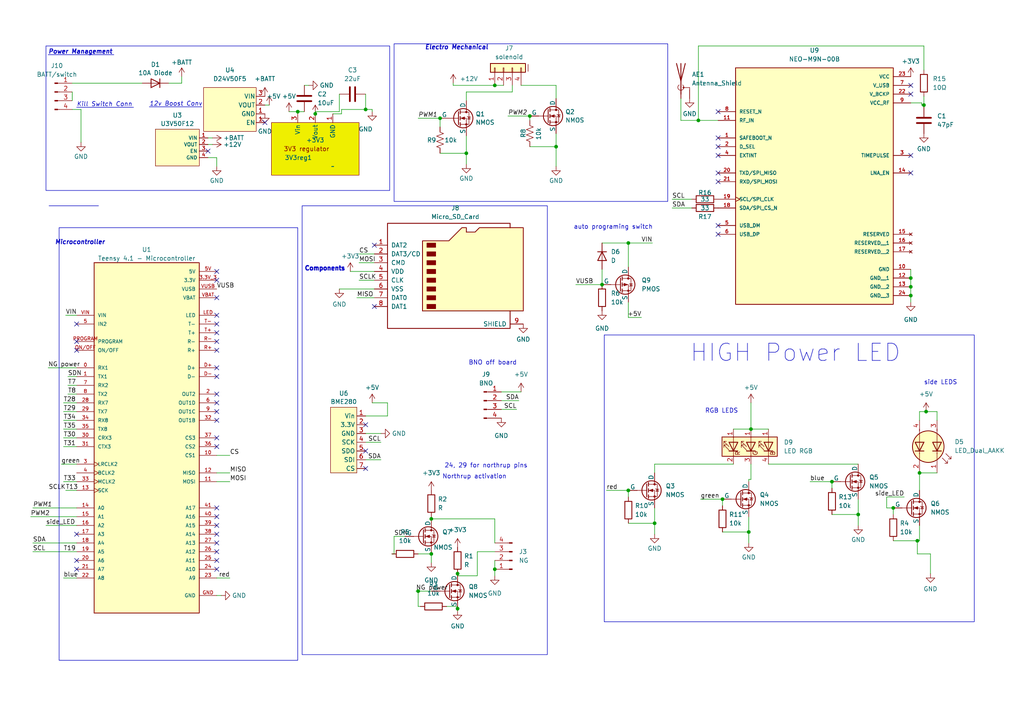
<source format=kicad_sch>
(kicad_sch (version 20250114) (generator "eeschema") (generator_version "9.0")
  (paper "A4")
  (lib_symbols
    (symbol "Connector:Conn_01x04_Pin" (pin_names (offset 1.016) (hide yes))
      (property "Reference" "J" (at 0 5.08 0))
      (property "Value" "Conn_01x04_Pin" (at 0 -7.62 0))
      (symbol "Conn_01x04_Pin_1_1"
        (pin passive line (at 5.08 2.54 180) (length 3.81) (name "Pin_1") (number "1"))
        (pin passive line (at 5.08 0 180) (length 3.81) (name "Pin_2") (number "2"))
        (pin passive line (at 5.08 -2.54 180) (length 3.81) (name "Pin_3") (number "3"))
        (pin passive line (at 5.08 -5.08 180) (length 3.81) (name "Pin_4") (number "4"))
      )
    )
    (symbol "Connector:Micro_SD_Card" (pin_names (offset 1.016))
      (property "Reference" "J" (at -16.51 15.24 0))
      (property "Value" "Micro_SD_Card" (at 16.51 15.24 0))
      (symbol "Micro_SD_Card_1_1"
        (pin bidirectional line (at -22.86 7.62 0) (length 3.81) (name "DAT2") (number "1"))
        (pin bidirectional line (at -22.86 5.08 0) (length 3.81) (name "DAT3/CD") (number "2"))
        (pin input line (at -22.86 2.54 0) (length 3.81) (name "CMD") (number "3"))
        (pin power_in line (at -22.86 0 0) (length 3.81) (name "VDD") (number "4"))
        (pin input line (at -22.86 -2.54 0) (length 3.81) (name "CLK") (number "5"))
        (pin power_in line (at -22.86 -5.08 0) (length 3.81) (name "VSS") (number "6"))
        (pin bidirectional line (at -22.86 -7.62 0) (length 3.81) (name "DAT0") (number "7"))
        (pin bidirectional line (at -22.86 -10.16 0) (length 3.81) (name "DAT1") (number "8"))
        (pin passive line (at 20.32 -15.24 180) (length 3.81) (name "SHIELD") (number "9"))
      )
    )
    (symbol "Connector_Generic_MountingPin:Conn_01x04_MountingPin" (pin_names (offset 1.016) (hide yes))
      (property "Reference" "J7" (at 5.715 -1.6256 90))
      (property "Value" "Conn_01x04_MountingPin" (at 3.175 -1.6256 90))
      (symbol "Conn_01x04_MountingPin_1_1"
        (pin input line (at -5.08 2.54 0) (length 3.81) (name "Pin_1") (number "1"))
        (pin input line (at -5.08 0 0) (length 3.81) (name "Pin_2") (number "2"))
        (pin input line (at -5.08 -2.54 0) (length 3.81) (name "Pin_3") (number "3"))
        (pin input line (at -5.08 -5.08 0) (length 3.81) (name "") (number "4"))
      )
    )
    (symbol "Device:Antenna_Shield" (pin_numbers (hide yes)) (pin_names (offset 1.016) (hide yes))
      (property "Reference" "AE" (at -1.905 4.445 0))
      (property "Value" "Antenna_Shield" (at -1.905 2.54 0))
      (symbol "Antenna_Shield_1_1"
        (pin input line (at 0 -5.08 90) (length 2.54) (name "A") (number "1"))
        (pin input line (at 2.54 -5.08 90) (length 2.54) (name "Shield") (number "2"))
      )
    )
    (symbol "Device:C" (pin_numbers (hide yes)) (pin_names (offset 0.254))
      (property "Reference" "C" (at 0.635 2.54 0))
      (property "Value" "C" (at 0.635 -2.54 0))
      (symbol "C_1_1"
        (pin passive line (at 0 3.81 270) (length 2.794) (name "~") (number "1"))
        (pin passive line (at 0 -3.81 90) (length 2.794) (name "~") (number "2"))
      )
    )
    (symbol "Device:D" (pin_numbers (hide yes)) (pin_names (offset 1.016) (hide yes))
      (property "Reference" "D" (at 0 2.54 0))
      (property "Value" "D" (at 0 -2.54 0))
      (symbol "D_1_1"
        (pin passive line (at -3.81 0 0) (length 2.54) (name "K") (number "1"))
        (pin passive line (at 3.81 0 180) (length 2.54) (name "A") (number "2"))
      )
    )
    (symbol "Device:LED_Dual_AAKK" (pin_names (offset 0) (hide yes))
      (property "Reference" "D5" (at -1.397 7.62 90))
      (property "Value" "LED_Dual_AAKK" (at 1.143 7.62 90))
      (symbol "LED_Dual_AAKK_1_1"
        (pin input line (at -7.62 2.54 0) (length 3.048) (name "A1") (number "3"))
        (pin input line (at -7.62 -2.54 0) (length 3.048) (name "A2") (number "4"))
        (pin input line (at 7.62 2.54 180) (length 3.81) (name "K1") (number "1"))
        (pin input line (at 7.62 -2.54 180) (length 3.81) (name "K2") (number "2"))
      )
    )
    (symbol "Device:LED_RGB" (pin_names (offset 0) (hide yes))
      (property "Reference" "D9" (at 1.27 -9.525 90))
      (property "Value" "LED RGB" (at -1.27 -9.525 90))
      (symbol "LED_RGB_0_0"
        (text "R" (at -1.905 3.81 0) (effects (font (size 1.27 1.27))))
        (text "G" (at -1.905 -1.27 0) (effects (font (size 1.27 1.27))))
        (text "B" (at -1.905 -6.35 0) (effects (font (size 1.27 1.27))))
      )
      (symbol "LED_RGB_1_1"
        (pin passive line (at -5.08 5.08 0) (length 2.54) (name "RK") (number "2"))
        (pin passive line (at -5.08 0 0) (length 2.54) (name "GK") (number "3"))
        (pin passive line (at -5.08 -5.08 0) (length 2.54) (name "BK") (number "4"))
        (pin passive line (at 5.08 5.08 180) (length 2.54) (name "RA") (number "1"))
        (pin passive line (at 5.08 0 180) (length 2.54) (name "GA") (number "1"))
        (pin passive line (at 5.08 -5.08 180) (length 2.54) (name "BA") (number "1"))
      )
    )
    (symbol "Device:R" (pin_numbers (hide yes)) (pin_names (offset 0))
      (property "Reference" "R" (at 2.032 0 90))
      (property "Value" "R" (at 0 0 90))
      (symbol "R_1_1"
        (pin passive line (at 0 3.81 270) (length 1.27) (name "~") (number "1"))
        (pin passive line (at 0 -3.81 90) (length 1.27) (name "~") (number "2"))
      )
    )
    (symbol "Device:R_US" (pin_numbers (hide yes)) (pin_names (offset 0))
      (property "Reference" "R" (at 2.54 0 90))
      (property "Value" "R_US" (at -2.54 0 90))
      (symbol "R_US_1_1"
        (pin passive line (at 0 3.81 270) (length 1.27) (name "~") (number "1"))
        (pin passive line (at 0 -3.81 90) (length 1.27) (name "~") (number "2"))
      )
    )
    (symbol "SHC_symbol:3V3_reg"
      (property "Reference" "Pololu3V3reg1" (at -13.97 2.54 0))
      (property "Value" "~" (at 0 0 0))
      (symbol "3V3_reg_1_1"
        (text "3V3 regulator" (at -7.62 5.08 0) (effects (font (size 1.27 1.27))))
        (pin input line (at -10.16 15.24 270) (length 2.54) (name "Vin") (number "3"))
        (pin input line (at -5.08 15.24 270) (length 2.54) (name "Vout") (number "2"))
        (pin input line (at 0 15.24 270) (length 2.54) (name "GND") (number "1"))
      )
    )
    (symbol "SHC_symbol:NEO-M9N-00B" (pin_names (offset 1.016))
      (property "Reference" "U" (at -22.86 28.702 0))
      (property "Value" "NEO-M9N-00B" (at -22.86 -43.18 0))
      (symbol "NEO-M9N-00B_0_0"
        (pin input line (at -27.94 15.24 0) (length 5.08) (name "RESET_N") (number "8"))
        (pin input line (at -27.94 12.7 0) (length 5.08) (name "RF_IN") (number "11"))
        (pin input line (at -27.94 7.62 0) (length 5.08) (name "SAFEBOOT_N") (number "1"))
        (pin input line (at -27.94 5.08 0) (length 5.08) (name "D_SEL") (number "2"))
        (pin input line (at -27.94 2.54 0) (length 5.08) (name "EXTINT") (number "4"))
        (pin output line (at -27.94 -2.54 0) (length 5.08) (name "TXD/SPI_MISO") (number "20"))
        (pin input line (at -27.94 -5.08 0) (length 5.08) (name "RXD/SPI_MOSI") (number "21"))
        (pin bidirectional clock (at -27.94 -10.16 0) (length 5.08) (name "SCL/SPI_CLK") (number "19"))
        (pin bidirectional line (at -27.94 -12.7 0) (length 5.08) (name "SDA/SPI_CS_N") (number "18"))
        (pin bidirectional line (at -27.94 -17.78 0) (length 5.08) (name "USB_DM") (number "5"))
        (pin bidirectional line (at -27.94 -20.32 0) (length 5.08) (name "USB_DP") (number "6"))
        (pin power_in line (at 27.94 25.4 180) (length 5.08) (name "VCC") (number "23"))
        (pin power_in line (at 27.94 22.86 180) (length 5.08) (name "V_USB") (number "7"))
        (pin power_in line (at 27.94 20.32 180) (length 5.08) (name "V_BCKP") (number "22"))
        (pin power_in line (at 27.94 17.78 180) (length 5.08) (name "VCC_RF") (number "9"))
        (pin output line (at 27.94 2.54 180) (length 5.08) (name "TIMEPULSE") (number "3"))
        (pin output line (at 27.94 -2.54 180) (length 5.08) (name "LNA_EN") (number "14"))
        (pin no_connect line (at 27.94 -20.32 180) (length 5.08) (name "RESERVED") (number "15"))
        (pin no_connect line (at 27.94 -22.86 180) (length 5.08) (name "RESERVED__1") (number "16"))
        (pin no_connect line (at 27.94 -25.4 180) (length 5.08) (name "RESERVED__2") (number "17"))
        (pin power_in line (at 27.94 -30.48 180) (length 5.08) (name "GND") (number "10"))
        (pin power_in line (at 27.94 -33.02 180) (length 5.08) (name "GND__1") (number "12"))
        (pin power_in line (at 27.94 -35.56 180) (length 5.08) (name "GND__2") (number "13"))
        (pin power_in line (at 27.94 -38.1 180) (length 5.08) (name "GND__3") (number "24"))
      )
    )
    (symbol "SHC_symbol:Pololu_5V_Regulator" (pin_names (offset 0.254))
      (property "Reference" "U4" (at 0 3.81 0))
      (property "Value" "D24V50F5" (at 0 1.27 0))
      (symbol "Pololu_5V_Regulator_1_1"
        (pin input line (at 10.16 -2.54 180) (length 2.54) (name "VIN") (number "3"))
        (pin output line (at 10.16 -5.08 180) (length 2.54) (name "VOUT") (number "2"))
        (pin passive line (at 10.16 -7.62 180) (length 2.54) (name "GND") (number "1"))
        (pin input line (at 10.16 -10.16 180) (length 2.54) (name "EN") (number "1"))
      )
    )
    (symbol "Simulation_SPICE:NMOS" (pin_numbers (hide yes)) (pin_names (offset 0))
      (property "Reference" "Q" (at 5.08 1.27 0))
      (property "Value" "NMOS" (at 5.08 -1.27 0))
      (symbol "NMOS_1_1"
        (pin input line (at -5.08 0 0) (length 2.54) (name "G") (number "2"))
        (pin passive line (at 2.54 5.08 270) (length 2.54) (name "D") (number "1"))
        (pin passive line (at 2.54 -5.08 90) (length 2.54) (name "S") (number "3"))
      )
    )
    (symbol "Simulation_SPICE:PMOS" (pin_numbers (hide yes)) (pin_names (offset 0))
      (property "Reference" "Q" (at 5.08 1.27 0))
      (property "Value" "PMOS" (at 5.08 -1.27 0))
      (symbol "PMOS_1_1"
        (pin input line (at -5.08 0 0) (length 2.54) (name "G") (number "2"))
        (pin passive line (at 2.54 5.08 270) (length 2.54) (name "D") (number "1"))
        (pin passive line (at 2.54 -5.08 90) (length 2.54) (name "S") (number "3"))
      )
    )
    (symbol "SpaceHardwareClub:BMP388"
      (property "Reference" "U6" (at 0 2.7473 0))
      (property "Value" "BME280" (at 0 0.3231 0))
      (symbol "BMP388_1_1"
        (pin power_in line (at 6.35 -3.81 180) (length 2.54) (name "Vin") (number "1"))
        (pin power_out line (at 6.35 -6.35 180) (length 2.54) (name "3.3V") (number "2"))
        (pin passive line (at 6.35 -8.89 180) (length 2.54) (name "GND") (number "3"))
        (pin passive line (at 6.35 -11.43 180) (length 2.54) (name "SCK") (number "4"))
        (pin passive line (at 6.35 -13.97 180) (length 2.54) (name "SDO") (number "5"))
        (pin passive line (at 6.35 -16.51 180) (length 2.54) (name "SDI") (number "6"))
        (pin passive line (at 6.35 -19.05 180) (length 2.54) (name "CS") (number "7"))
      )
    )
    (symbol "SpaceHardwareClub:U3V70F12"
      (property "Reference" "U" (at 0 0 0))
      (property "Value" "U3V70F12" (at 0 -2.032 0))
      (symbol "U3V70F12_1_0"
        (pin power_in line (at 8.89 -5.715 180) (length 2.54) (name "VIN") (number "1"))
        (pin power_out line (at 8.89 -7.62 180) (length 2.54) (name "VOUT") (number "2"))
        (pin passive line (at 8.89 -9.525 180) (length 2.54) (name "EN") (number "3"))
        (pin passive line (at 8.89 -11.43 180) (length 2.54) (name "GND") (number "4"))
      )
    )
    (symbol "Teensy4-1:DEV-16771" (pin_names (offset 1.016))
      (property "Reference" "U1" (at 0 54.61 0))
      (property "Value" "Teensy 4.1 - Microcontroller" (at 0 52.07 0))
      (symbol "DEV-16771_0_0"
        (pin input line (at -20.32 35.56 0) (length 5.08) (name "VIN") (number "VIN"))
        (pin bidirectional line (at -20.32 33.02 0) (length 5.08) (name "IN2") (number "5"))
        (pin bidirectional line (at -20.32 27.94 0) (length 5.08) (name "PROGRAM") (number "PROGRAM"))
        (pin bidirectional line (at -20.32 25.4 0) (length 5.08) (name "ON/OFF") (number "ON/OFF"))
        (pin bidirectional line (at -20.32 20.32 0) (length 5.08) (name "RX1") (number "0"))
        (pin bidirectional line (at -20.32 17.78 0) (length 5.08) (name "TX1") (number "1"))
        (pin bidirectional line (at -20.32 15.24 0) (length 5.08) (name "RX2") (number "7"))
        (pin bidirectional line (at -20.32 12.7 0) (length 5.08) (name "TX2") (number "8"))
        (pin bidirectional line (at -20.32 10.16 0) (length 5.08) (name "RX7") (number "28"))
        (pin bidirectional line (at -20.32 7.62 0) (length 5.08) (name "TX7") (number "29"))
        (pin bidirectional line (at -20.32 5.08 0) (length 5.08) (name "RX8") (number "34"))
        (pin bidirectional line (at -20.32 2.54 0) (length 5.08) (name "TX8") (number "35"))
        (pin bidirectional line (at -20.32 0 0) (length 5.08) (name "CRX3") (number "30"))
        (pin bidirectional line (at -20.32 -2.54 0) (length 5.08) (name "CTX3") (number "31"))
        (pin bidirectional clock (at -20.32 -7.62 0) (length 5.08) (name "LRCLK2") (number "3"))
        (pin bidirectional clock (at -20.32 -10.16 0) (length 5.08) (name "BCLK2") (number "4"))
        (pin bidirectional clock (at -20.32 -12.7 0) (length 5.08) (name "MCLK2") (number "33"))
        (pin bidirectional clock (at -20.32 -15.24 0) (length 5.08) (name "SCK") (number "13"))
        (pin bidirectional line (at -20.32 -20.32 0) (length 5.08) (name "A0") (number "14"))
        (pin bidirectional line (at -20.32 -22.86 0) (length 5.08) (name "A1") (number "15"))
        (pin bidirectional line (at -20.32 -25.4 0) (length 5.08) (name "A2") (number "16"))
        (pin bidirectional line (at -20.32 -27.94 0) (length 5.08) (name "A3") (number "17"))
        (pin bidirectional line (at -20.32 -30.48 0) (length 5.08) (name "A4") (number "18"))
        (pin bidirectional line (at -20.32 -33.02 0) (length 5.08) (name "A5") (number "19"))
        (pin bidirectional line (at -20.32 -35.56 0) (length 5.08) (name "A6") (number "20"))
        (pin bidirectional line (at -20.32 -38.1 0) (length 5.08) (name "A7") (number "21"))
        (pin bidirectional line (at -20.32 -40.64 0) (length 5.08) (name "A8") (number "22"))
        (pin power_in line (at 20.32 48.26 180) (length 5.08) (name "5V") (number "5V"))
        (pin power_in line (at 20.32 45.72 180) (length 5.08) (name "3.3V") (number "3.3V_3"))
        (pin passive line (at 20.32 43.18 180) (length 5.08) (name "VUSB") (number "VUSB"))
        (pin passive line (at 20.32 40.64 180) (length 5.08) (name "VBAT") (number "VBAT"))
        (pin bidirectional line (at 20.32 35.56 180) (length 5.08) (name "LED") (number "LED"))
        (pin bidirectional line (at 20.32 33.02 180) (length 5.08) (name "T-") (number "T-"))
        (pin bidirectional line (at 20.32 30.48 180) (length 5.08) (name "T+") (number "T+"))
        (pin bidirectional line (at 20.32 27.94 180) (length 5.08) (name "R-") (number "R-"))
        (pin bidirectional line (at 20.32 25.4 180) (length 5.08) (name "R+") (number "R+"))
        (pin bidirectional line (at 20.32 20.32 180) (length 5.08) (name "D+") (number "D+"))
        (pin bidirectional line (at 20.32 17.78 180) (length 5.08) (name "D-") (number "D-"))
        (pin output line (at 20.32 12.7 180) (length 5.08) (name "OUT2") (number "2"))
        (pin output line (at 20.32 10.16 180) (length 5.08) (name "OUT1D") (number "6"))
        (pin output line (at 20.32 7.62 180) (length 5.08) (name "OUT1C") (number "9"))
        (pin output line (at 20.32 5.08 180) (length 5.08) (name "OUT1B") (number "32"))
        (pin bidirectional line (at 20.32 0 180) (length 5.08) (name "CS3") (number "37"))
        (pin bidirectional line (at 20.32 -2.54 180) (length 5.08) (name "CS2") (number "36"))
        (pin bidirectional line (at 20.32 -5.08 180) (length 5.08) (name "CS1") (number "10"))
        (pin bidirectional line (at 20.32 -10.16 180) (length 5.08) (name "MISO") (number "12"))
        (pin bidirectional line (at 20.32 -12.7 180) (length 5.08) (name "MOSI") (number "11"))
        (pin bidirectional line (at 20.32 -20.32 180) (length 5.08) (name "A17") (number "41"))
        (pin bidirectional line (at 20.32 -22.86 180) (length 5.08) (name "A16") (number "40"))
        (pin bidirectional line (at 20.32 -25.4 180) (length 5.08) (name "A15") (number "39"))
        (pin bidirectional line (at 20.32 -27.94 180) (length 5.08) (name "A14") (number "38"))
        (pin bidirectional line (at 20.32 -30.48 180) (length 5.08) (name "A13") (number "27"))
        (pin bidirectional line (at 20.32 -33.02 180) (length 5.08) (name "A12") (number "26"))
        (pin bidirectional line (at 20.32 -35.56 180) (length 5.08) (name "A11") (number "25"))
        (pin bidirectional line (at 20.32 -38.1 180) (length 5.08) (name "A10") (number "24"))
        (pin bidirectional line (at 20.32 -40.64 180) (length 5.08) (name "A9") (number "23"))
      )
      (symbol "DEV-16771_1_0"
        (pin power_in line (at 20.32 -45.72 180) (length 5.08) (name "GND") (number "GND"))
      )
    )
    (symbol "power:+12V" (power) (pin_names (offset 0))
      (property "Value" "+12V" (at 0 3.556 0))
      (symbol "+12V_1_1"
        (pin power_in line (at 0 0 90) (length 0) (hide yes) (name "+12V") (number "1"))
      )
    )
    (symbol "power:+3V3" (power) (pin_names (offset 0))
      (property "Value" "+3V3" (at 0 3.556 0))
      (symbol "+3V3_1_1"
        (pin power_in line (at 0 0 90) (length 0) (hide yes) (name "+3V3") (number "1"))
      )
    )
    (symbol "power:+5V" (power) (pin_names (offset 0))
      (property "Value" "+5V" (at 0 3.556 0))
      (symbol "+5V_1_1"
        (pin power_in line (at 0 0 90) (length 0) (hide yes) (name "+5V") (number "1"))
      )
    )
    (symbol "power:+BATT" (power) (pin_names (offset 0))
      (property "Value" "+BATT" (at 0 3.556 0))
      (symbol "+BATT_1_1"
        (pin power_in line (at 0 0 90) (length 0) (hide yes) (name "+BATT") (number "1"))
      )
    )
    (symbol "power:GND" (power) (pin_names (offset 0))
      (property "Value" "GND" (at 0 -3.81 0))
      (symbol "GND_1_1"
        (pin power_in line (at 0 0 270) (length 0) (hide yes) (name "GND") (number "1"))
      )
    )
  )
  (rectangle (start 14.224 59.69) (end 28.575 59.69))
  (rectangle (start 13.335 13.335) (end 113.03 55.245))
  (rectangle (start 22.225 31.115) (end 38.735 31.115))
  (rectangle (start 114.3 12.7) (end 193.675 58.42))
  (rectangle (start 17.145 66.04) (end 86.36 191.516))
  (rectangle (start 175.26 97.155) (end 282.575 180.34))
  (rectangle (start 87.63 59.69) (end 158.75 189.865))
  (rectangle (start 13.97 15.875) (end 33.02 15.875))
  (rectangle (start 215.9 318.135) (end 281.94 397.51))
  (rectangle (start 43.307 30.988) (end 58.547 30.988))
  (text "BNO off board" (at 135.89 106.045 0) (effects (font (size 1.27 1.27)) (justify left bottom)))
  (text "auto programing switch" (at 166.37 66.675 0) (effects (font (size 1.27 1.27)) (justify left bottom)))
  (text "12v Boost Conv" (at 43.307 30.988 0) (effects (font (size 1.27 1.27) (italic yes)) (justify left bottom)))
  (text "24, 29 for northrup pins" (at 128.905 135.89 0) (effects (font (size 1.27 1.27)) (justify left bottom)))
  (text "Components" (at 88.265 78.74 0) (effects (font (size 1.27 1.27) (thickness 1) (bold yes)) (justify left bottom)))
  (text "Electro Mechanical" (at 123.19 14.605 0) (effects (font (size 1.27 1.27) (thickness 0.254) (bold yes) (italic yes)) (justify left bottom)))
  (text "Kill Switch Conn" (at 22.225 31.115 0) (effects (font (size 1.27 1.27) (italic yes)) (justify left bottom)))
  (text "Microcontroller" (at 15.875 71.12 0) (effects (font (size 1.27 1.27) (thickness 0.254) (bold yes) (italic yes)) (justify left bottom)))
  (text "Northrup activation" (at 128.27 139.065 0) (effects (font (size 1.27 1.27)) (justify left bottom)))
  (text "HIGH Power LED" (at 200.025 105.41 0) (effects (font (size 5 5)) (justify left bottom)))
  (text "Power Management" (at 13.97 15.875 0) (effects (font (size 1.27 1.27) (thickness 0.254) (bold yes) (italic yes)) (justify left bottom)))
  (text "RGB LEDS" (at 204.47 120.015 0) (effects (font (size 1.27 1.27)) (justify left bottom)))
  (text "side LEDS" (at 267.97 111.76 0) (effects (font (size 1.27 1.27)) (justify left bottom)))
  (junction (at 267.97 30.48))
  (junction (at 241.3 139.7))
  (junction (at 264.16 85.725))
  (junction (at 121.285 171.45))
  (junction (at 189.865 151.765))
  (junction (at 125.095 160.655))
  (junction (at 217.17 154.305))
  (junction (at 132.715 166.37))
  (junction (at 259.08 147.32))
  (junction (at 266.065 156.845))
  (junction (at 135.255 44.45))
  (junction (at 174.625 82.55))
  (junction (at 106.045 31.75))
  (junction (at 143.51 24.765))
  (junction (at 143.51 165.1))
  (junction (at 132.715 176.53))
  (junction (at 202.565 34.925))
  (junction (at 161.29 42.545))
  (junction (at 127.635 34.29))
  (junction (at 248.92 149.225))
  (junction (at 209.55 144.78))
  (junction (at 264.16 83.185))
  (junction (at 266.7 137.16))
  (junction (at 91.44 33.02))
  (junction (at 86.36 32.385))
  (junction (at 268.605 119.38))
  (junction (at 153.67 33.655))
  (junction (at 182.245 70.485))
  (junction (at 217.805 124.46))
  (junction (at 182.245 142.24))
  (junction (at 264.16 80.645))
  (junction (at 125.095 150.495))
  (no_connect (at 22.225 165.1))
  (no_connect (at 62.865 109.22))
  (no_connect (at 62.865 152.4))
  (no_connect (at 62.865 129.54))
  (no_connect (at 62.865 116.84))
  (no_connect (at 62.865 165.1))
  (no_connect (at 62.865 114.3))
  (no_connect (at 208.28 50.165))
  (no_connect (at 208.28 67.945))
  (no_connect (at 62.865 149.86))
  (no_connect (at 62.865 147.32))
  (no_connect (at 208.28 32.385))
  (no_connect (at 264.16 24.765))
  (no_connect (at 62.865 154.94))
  (no_connect (at 22.225 93.98))
  (no_connect (at 62.865 157.48))
  (no_connect (at 22.225 162.56))
  (no_connect (at 62.865 81.28))
  (no_connect (at 208.28 40.005))
  (no_connect (at 62.865 96.52))
  (no_connect (at 60.325 43.815))
  (no_connect (at 62.865 99.06))
  (no_connect (at 22.225 101.6))
  (no_connect (at 106.045 130.81))
  (no_connect (at 76.835 35.56))
  (no_connect (at 264.16 50.165))
  (no_connect (at 208.28 52.705))
  (no_connect (at 62.865 119.38))
  (no_connect (at 108.585 71.12))
  (no_connect (at 264.16 27.305))
  (no_connect (at 22.225 154.94))
  (no_connect (at 62.865 121.92))
  (no_connect (at 208.28 65.405))
  (no_connect (at 106.045 123.19))
  (no_connect (at 62.865 106.68))
  (no_connect (at 62.865 160.02))
  (no_connect (at 62.865 86.36))
  (no_connect (at 208.28 45.085))
  (no_connect (at 62.865 78.74))
  (no_connect (at 22.225 99.06))
  (no_connect (at 62.865 91.44))
  (no_connect (at 62.865 127))
  (no_connect (at 208.28 42.545))
  (no_connect (at 62.865 93.98))
  (no_connect (at 62.865 162.56))
  (no_connect (at 264.16 45.085))
  (no_connect (at 106.045 135.89))
  (no_connect (at 108.585 88.9))
  (no_connect (at 62.865 101.6))
  (wire (pts (xy 101.6 78.74) (xy 108.585 78.74)))
  (wire (pts (xy 167.005 82.55) (xy 174.625 82.55)))
  (wire (pts (xy 125.095 163.195) (xy 125.095 160.655)))
  (wire (pts (xy 121.285 171.45) (xy 121.285 175.895)))
  (wire (pts (xy 145.415 113.665) (xy 151.13 113.665)))
  (wire (pts (xy 121.285 160.655) (xy 125.095 160.655)))
  (wire (pts (xy 267.97 13.335) (xy 267.97 20.32)))
  (wire (pts (xy 174.625 78.105) (xy 174.625 82.55)))
  (wire (pts (xy 22.225 160.02) (xy 9.525 160.02)))
  (wire (pts (xy 62.865 167.64) (xy 66.675 167.64)))
  (wire (pts (xy 132.715 177.165) (xy 132.715 176.53)))
  (wire (pts (xy 135.255 26.67) (xy 135.255 29.21)))
  (wire (pts (xy 148.59 26.67) (xy 148.59 24.765)))
  (wire (pts (xy 209.55 154.305) (xy 217.17 154.305)))
  (wire (pts (xy 19.685 114.3) (xy 22.225 114.3)))
  (wire (pts (xy 121.285 34.29) (xy 127.635 34.29)))
  (wire (pts (xy 13.97 106.68) (xy 22.225 106.68)))
  (wire (pts (xy 129.54 175.895) (xy 132.715 175.895)))
  (wire (pts (xy 17.78 134.62) (xy 22.225 134.62)))
  (wire (pts (xy 189.865 147.32) (xy 189.865 151.765)))
  (wire (pts (xy 62.865 137.16) (xy 66.675 137.16)))
  (wire (pts (xy 257.175 144.145) (xy 257.175 147.32)))
  (wire (pts (xy 107.95 31.75) (xy 106.045 31.75)))
  (wire (pts (xy 131.445 24.765) (xy 131.445 24.13)))
  (wire (pts (xy 202.565 13.335) (xy 267.97 13.335)))
  (wire (pts (xy 86.36 32.385) (xy 86.36 33.02)))
  (wire (pts (xy 267.97 30.48) (xy 267.97 31.115)))
  (wire (pts (xy 19.685 111.76) (xy 22.225 111.76)))
  (wire (pts (xy 135.255 47.625) (xy 135.255 44.45)))
  (wire (pts (xy 217.17 149.86) (xy 217.17 154.305)))
  (wire (pts (xy 145.415 118.745) (xy 149.86 118.745)))
  (wire (pts (xy 174.625 70.485) (xy 182.245 70.485)))
  (wire (pts (xy 268.605 119.38) (xy 266.7 119.38)))
  (wire (pts (xy 103.505 86.36) (xy 108.585 86.36)))
  (wire (pts (xy 202.565 34.925) (xy 202.565 13.335)))
  (wire (pts (xy 217.805 134.62) (xy 217.805 139.065)))
  (wire (pts (xy 264.16 85.725) (xy 264.16 87.63)))
  (wire (pts (xy 114.3 160.655) (xy 113.665 160.655)))
  (wire (pts (xy 182.245 70.485) (xy 189.23 70.485)))
  (wire (pts (xy 112.395 116.84) (xy 107.95 116.84)))
  (wire (pts (xy 106.045 133.35) (xy 110.49 133.35)))
  (wire (pts (xy 186.055 92.075) (xy 182.245 92.075)))
  (wire (pts (xy 259.08 156.845) (xy 266.065 156.845)))
  (wire (pts (xy 112.395 116.84) (xy 112.395 120.65)))
  (wire (pts (xy 271.78 137.16) (xy 266.7 137.16)))
  (wire (pts (xy 106.045 120.65) (xy 112.395 120.65)))
  (wire (pts (xy 121.285 171.45) (xy 125.095 171.45)))
  (wire (pts (xy 194.945 57.785) (xy 200.66 57.785)))
  (wire (pts (xy 121.285 175.895) (xy 121.92 175.895)))
  (wire (pts (xy 106.045 128.27) (xy 110.49 128.27)))
  (wire (pts (xy 209.55 144.78) (xy 209.55 146.685)))
  (wire (pts (xy 62.865 132.08) (xy 66.675 132.08)))
  (wire (pts (xy 266.7 156.845) (xy 266.065 156.845)))
  (wire (pts (xy 197.485 34.925) (xy 197.485 28.575)))
  (wire (pts (xy 98.425 83.82) (xy 108.585 83.82)))
  (wire (pts (xy 153.67 33.655) (xy 153.67 34.925)))
  (wire (pts (xy 18.415 116.84) (xy 22.225 116.84)))
  (wire (pts (xy 194.945 60.325) (xy 200.66 60.325)))
  (wire (pts (xy 106.045 27.305) (xy 106.045 31.75)))
  (wire (pts (xy 114.3 155.575) (xy 114.3 160.655)))
  (wire (pts (xy 114.3 155.575) (xy 117.475 155.575)))
  (wire (pts (xy 212.725 124.46) (xy 217.805 124.46)))
  (wire (pts (xy 98.425 27.305) (xy 98.425 32.385)))
  (wire (pts (xy 248.92 144.78) (xy 248.92 149.225)))
  (wire (pts (xy 266.7 137.16) (xy 266.7 142.24)))
  (wire (pts (xy 161.29 42.545) (xy 161.29 38.735)))
  (wire (pts (xy 202.565 34.925) (xy 197.485 34.925)))
  (wire (pts (xy 182.245 142.24) (xy 182.245 144.145)))
  (wire (pts (xy 52.705 24.13) (xy 52.705 22.225)))
  (wire (pts (xy 62.865 139.7) (xy 66.675 139.7)))
  (wire (pts (xy 127.635 34.29) (xy 127.635 36.83)))
  (wire (pts (xy 20.955 31.75) (xy 23.495 31.75)))
  (wire (pts (xy 88.265 32.385) (xy 86.36 32.385)))
  (wire (pts (xy 259.08 149.225) (xy 259.08 147.32)))
  (wire (pts (xy 91.44 32.385) (xy 91.44 33.02)))
  (wire (pts (xy 203.2 144.78) (xy 209.55 144.78)))
  (wire (pts (xy 266.7 119.38) (xy 266.7 121.92)))
  (wire (pts (xy 267.335 29.845) (xy 267.335 30.48)))
  (wire (pts (xy 257.175 147.32) (xy 259.08 147.32)))
  (wire (pts (xy 222.885 134.62) (xy 248.92 134.62)))
  (wire (pts (xy 138.43 160.02) (xy 143.51 160.02)))
  (wire (pts (xy 241.3 149.225) (xy 248.92 149.225)))
  (wire (pts (xy 264.16 80.645) (xy 264.16 83.185)))
  (wire (pts (xy 264.16 78.105) (xy 264.16 80.645)))
  (wire (pts (xy 98.425 32.385) (xy 91.44 32.385)))
  (wire (pts (xy 143.51 165.1) (xy 143.51 167.005)))
  (wire (pts (xy 217.17 154.305) (xy 217.17 157.48)))
  (wire (pts (xy 76.835 30.48) (xy 78.105 30.48)))
  (wire (pts (xy 127.635 44.45) (xy 135.255 44.45)))
  (wire (pts (xy 104.14 76.2) (xy 108.585 76.2)))
  (wire (pts (xy 264.16 29.845) (xy 267.335 29.845)))
  (wire (pts (xy 264.16 83.185) (xy 264.16 85.725)))
  (wire (pts (xy 266.7 152.4) (xy 266.7 156.845)))
  (wire (pts (xy 9.525 157.48) (xy 22.225 157.48)))
  (wire (pts (xy 83.82 32.385) (xy 86.36 32.385)))
  (wire (pts (xy 161.29 28.575) (xy 161.29 24.765)))
  (wire (pts (xy 120.65 171.45) (xy 121.285 171.45)))
  (wire (pts (xy 99.06 31.75) (xy 99.06 33.02)))
  (wire (pts (xy 99.06 33.02) (xy 96.52 33.02)))
  (wire (pts (xy 262.255 144.145) (xy 257.175 144.145)))
  (wire (pts (xy 9.525 147.32) (xy 22.225 147.32)))
  (wire (pts (xy 61.595 41.91) (xy 60.325 41.91)))
  (wire (pts (xy 132.715 167.005) (xy 138.43 167.005)))
  (wire (pts (xy 18.415 139.7) (xy 22.225 139.7)))
  (wire (pts (xy 269.875 160.655) (xy 269.875 166.37)))
  (wire (pts (xy 135.255 26.67) (xy 148.59 26.67)))
  (wire (pts (xy 248.92 149.225) (xy 248.92 152.4)))
  (wire (pts (xy 107.95 32.385) (xy 107.95 31.75)))
  (wire (pts (xy 18.415 121.92) (xy 22.225 121.92)))
  (wire (pts (xy 217.17 139.065) (xy 217.805 139.065)))
  (wire (pts (xy 217.805 124.46) (xy 222.885 124.46)))
  (wire (pts (xy 189.865 134.62) (xy 212.725 134.62)))
  (wire (pts (xy 61.595 40.005) (xy 60.325 40.005)))
  (wire (pts (xy 22.225 149.86) (xy 8.89 149.86)))
  (wire (pts (xy 18.415 167.64) (xy 22.225 167.64)))
  (wire (pts (xy 99.06 31.75) (xy 106.045 31.75)))
  (wire (pts (xy 131.445 24.765) (xy 143.51 24.765)))
  (wire (pts (xy 217.805 116.84) (xy 217.805 124.46)))
  (wire (pts (xy 20.955 26.67) (xy 20.955 29.21)))
  (wire (pts (xy 267.97 27.94) (xy 267.97 30.48)))
  (wire (pts (xy 18.415 119.38) (xy 22.225 119.38)))
  (wire (pts (xy 208.28 34.925) (xy 202.565 34.925)))
  (wire (pts (xy 60.325 45.72) (xy 62.865 45.72)))
  (wire (pts (xy 182.245 151.765) (xy 189.865 151.765)))
  (wire (pts (xy 18.415 124.46) (xy 22.225 124.46)))
  (wire (pts (xy 234.95 139.7) (xy 241.3 139.7)))
  (wire (pts (xy 13.335 152.4) (xy 22.225 152.4)))
  (wire (pts (xy 143.51 24.765) (xy 146.05 24.765)))
  (wire (pts (xy 104.14 81.28) (xy 108.585 81.28)))
  (wire (pts (xy 145.415 116.205) (xy 150.495 116.205)))
  (wire (pts (xy 132.715 175.895) (xy 132.715 176.53)))
  (wire (pts (xy 266.065 160.655) (xy 269.875 160.655)))
  (wire (pts (xy 189.865 151.765) (xy 189.865 154.94)))
  (wire (pts (xy 151.13 24.765) (xy 161.29 24.765)))
  (wire (pts (xy 110.49 125.73) (xy 106.045 125.73)))
  (wire (pts (xy 153.67 42.545) (xy 161.29 42.545)))
  (wire (pts (xy 48.895 24.13) (xy 52.705 24.13)))
  (wire (pts (xy 241.3 139.7) (xy 241.3 141.605)))
  (wire (pts (xy 268.605 119.38) (xy 271.78 119.38)))
  (wire (pts (xy 267.97 30.48) (xy 267.335 30.48)))
  (wire (pts (xy 64.135 172.72) (xy 62.865 172.72)))
  (wire (pts (xy 189.865 134.62) (xy 189.865 137.16)))
  (wire (pts (xy 143.51 162.56) (xy 143.51 165.1)))
  (wire (pts (xy 18.415 129.54) (xy 22.225 129.54)))
  (wire (pts (xy 104.14 73.66) (xy 108.585 73.66)))
  (wire (pts (xy 132.715 166.37) (xy 132.715 167.005)))
  (wire (pts (xy 182.245 92.075) (xy 182.245 87.63)))
  (wire (pts (xy 125.095 149.86) (xy 125.095 150.495)))
  (wire (pts (xy 138.43 167.005) (xy 138.43 160.02)))
  (wire (pts (xy 125.095 150.495) (xy 143.51 150.495)))
  (wire (pts (xy 266.065 156.845) (xy 266.065 160.655)))
  (wire (pts (xy 161.29 48.26) (xy 161.29 42.545)))
  (wire (pts (xy 20.955 24.13) (xy 41.275 24.13)))
  (wire (pts (xy 19.05 91.44) (xy 22.225 91.44)))
  (wire (pts (xy 88.265 24.765) (xy 89.535 24.765)))
  (wire (pts (xy 19.05 142.24) (xy 22.225 142.24)))
  (wire (pts (xy 143.51 150.495) (xy 143.51 157.48)))
  (wire (pts (xy 182.245 70.485) (xy 182.245 77.47)))
  (wire (pts (xy 217.17 139.065) (xy 217.17 139.7)))
  (wire (pts (xy 62.865 48.26) (xy 62.865 45.72)))
  (wire (pts (xy 18.415 127) (xy 22.225 127)))
  (wire (pts (xy 19.685 109.22) (xy 22.225 109.22)))
  (wire (pts (xy 271.78 119.38) (xy 271.78 121.92)))
  (wire (pts (xy 135.255 44.45) (xy 135.255 39.37)))
  (wire (pts (xy 175.895 142.24) (xy 182.245 142.24)))
  (wire (pts (xy 147.32 33.655) (xy 153.67 33.655)))
  (wire (pts (xy 23.495 31.75) (xy 23.495 41.275)))
  (label "SDN" (at 114.3 155.575 0))
  (label "T19" (at 18.415 160.02 0))
  (label "T30" (at 18.415 127 0))
  (label "PWM2" (at 147.32 33.655 0) (effects (font (italic yes))))
  (label "VUSB" (at 62.865 83.82 0))
  (label "PWM1" (at 9.525 147.32 0) (effects (font (italic yes))))
  (label "T33" (at 18.415 139.7 0))
  (label "T35" (at 18.415 124.46 0))
  (label "CS" (at 66.675 132.08 0))
  (label "NG power" (at 13.97 106.68 0))
  (label "SCL" (at 110.49 128.27 180))
  (label "SDA" (at 194.945 60.325 0))
  (label "T7" (at 19.685 111.76 0))
  (label "NG power" (at 120.65 171.45 0))
  (label "blue" (at 234.95 139.7 0))
  (label "T8" (at 19.685 114.3 0))
  (label "T29" (at 18.415 119.38 0))
  (label "MISO" (at 66.675 137.16 0))
  (label "red" (at 175.895 142.24 0))
  (label "VIN" (at 189.23 70.485 180))
  (label "+5V" (at 186.055 92.075 180))
  (label "VIN" (at 19.05 91.44 0))
  (label "SDA" (at 9.525 157.48 0))
  (label "SCL" (at 149.86 118.745 180))
  (label "side_LED" (at 13.335 152.4 0))
  (label "T13" (at 19.05 142.24 0))
  (label "VUSB" (at 167.005 82.55 0))
  (label "SDA" (at 150.495 116.205 180))
  (label "T34" (at 18.415 121.92 0))
  (label "SCLK" (at 19.05 142.24 180))
  (label "SCLK" (at 104.14 81.28 0))
  (label "CS" (at 104.14 73.66 0))
  (label "MISO" (at 103.505 86.36 0))
  (label "PWM1" (at 121.285 34.29 0) (effects (font (italic yes))))
  (label "green" (at 17.78 134.62 0))
  (label "SDN" (at 19.685 109.22 0))
  (label "PWM2" (at 8.89 149.86 0))
  (label "MOSI" (at 66.675 139.7 0))
  (label "T31" (at 18.415 129.54 0))
  (label "SCL" (at 9.525 160.02 0))
  (label "green" (at 203.2 144.78 0))
  (label "red" (at 66.675 167.64 180))
  (label "blue" (at 18.415 167.64 0))
  (label "T28" (at 18.415 116.84 0))
  (label "side_LED" (at 262.255 144.145 180))
  (label "SCL" (at 194.945 57.785 0))
  (label "SDA" (at 110.49 133.35 180))
  (label "MOSI" (at 104.14 76.2 0))
  (symbol (lib_id "Simulation_SPICE:PMOS") (at 179.705 82.55 0) (unit 1)
    (property "Reference" "Q9" (at 186.055 81.28 0) (effects (justify left)))
    (property "Value" "PMOS" (at 186.055 83.82 0) (effects (justify left)))
    (property "Footprint" "SHC:TO-220AB_LTO" (effects (hide yes)))
    (property "Datasheet" "https://ngspice.sourceforge.io/docs/ngspice-manual.pdf" (effects (hide yes)))
    (property "Sim.Device" "PMOS" (effects (hide yes)))
    (property "Sim.Type" "VDMOS" (effects (hide yes)))
    (property "Sim.Pins" "1=D 2=G 3=S" (effects (hide yes)))
  )
  (symbol (lib_id "power:GND") (at 174.625 90.17 0) (unit 1)
    (property "Reference" "#PWR03" (effects (hide yes)))
    (property "Value" "GND" (at 174.625 95.25 0))
  )
  (symbol (lib_id "power:GND") (at 264.16 87.63 0) (unit 1)
    (property "Reference" "#PWR034" (effects (hide yes)))
    (property "Value" "GND" (at 264.16 92.71 0))
  )
  (symbol (lib_id "Simulation_SPICE:NMOS") (at 187.325 142.24 0) (unit 1)
    (property "Reference" "Q3" (at 193.04 140.97 0) (effects (justify left)))
    (property "Value" "NMOS" (at 193.04 143.51 0) (effects (justify left)))
    (property "Footprint" "SHC:SOT23_DMG3406_DIO" (effects (hide yes)))
    (property "Datasheet" "https://ngspice.sourceforge.io/docs/ngspice-manual.pdf" (effects (hide yes)))
    (property "Sim.Device" "NMOS" (effects (hide yes)))
    (property "Sim.Type" "VDMOS" (effects (hide yes)))
    (property "Sim.Pins" "1=D 2=G 3=S" (effects (hide yes)))
  )
  (symbol (lib_id "power:GND") (at 135.255 47.625 0) (unit 1)
    (property "Reference" "#PWR024" (effects (hide yes)))
    (property "Value" "GND" (at 135.255 51.7581 0))
  )
  (symbol (lib_id "power:GND") (at 161.29 48.26 0) (unit 1)
    (property "Reference" "#PWR026" (effects (hide yes)))
    (property "Value" "GND" (at 161.29 52.3931 0))
  )
  (symbol (lib_id "power:+5V") (at 83.82 32.385 0) (unit 1)
    (property "Reference" "#PWR01" (effects (hide yes)))
    (property "Value" "+5V" (at 83.82 27.94 0))
  )
  (symbol (lib_id "Device:R") (at 182.245 147.955 0) (unit 1)
    (property "Reference" "R10" (at 184.15 146.685 0) (effects (justify left)))
    (property "Value" "10k" (at 184.15 149.225 0) (effects (justify left)))
    (property "Footprint" "Resistor_SMD:R_0603_1608Metric_Pad0.98x0.95mm_HandSolder" (effects (hide yes)))
  )
  (symbol (lib_id "Simulation_SPICE:NMOS") (at 130.175 171.45 0) (unit 1)
    (property "Reference" "Q8" (at 135.89 170.18 0) (effects (justify left)))
    (property "Value" "NMOS" (at 135.89 172.72 0) (effects (justify left)))
    (property "Footprint" "SHC:SOT23_DMG3406_DIO" (effects (hide yes)))
    (property "Datasheet" "https://ngspice.sourceforge.io/docs/ngspice-manual.pdf" (effects (hide yes)))
    (property "Sim.Device" "NMOS" (effects (hide yes)))
    (property "Sim.Type" "VDMOS" (effects (hide yes)))
    (property "Sim.Pins" "1=D 2=G 3=S" (effects (hide yes)))
  )
  (symbol (lib_id "power:+BATT") (at 61.595 40.005 270) (unit 1)
    (property "Reference" "#PWR013" (effects (hide yes)))
    (property "Value" "+BATT" (at 64.77 40.005 90) (effects (justify left)))
  )
  (symbol (lib_id "Device:R_US") (at 153.67 38.735 0) (unit 1)
    (property "Reference" "R8" (at 151.765 40.005 90) (effects (justify left)))
    (property "Value" "10k" (at 156.21 40.64 90) (effects (justify left)))
    (property "Footprint" "Resistor_SMD:R_0603_1608Metric_Pad0.98x0.95mm_HandSolder" (effects (hide yes)))
  )
  (symbol (lib_id "power:+3V3") (at 132.715 158.75 0) (unit 1)
    (property "Reference" "#PWR09" (effects (hide yes)))
    (property "Value" "+3V3" (at 132.715 153.67 0))
  )
  (symbol (lib_id "power:GND") (at 189.865 154.94 0) (unit 1)
    (property "Reference" "#PWR05" (effects (hide yes)))
    (property "Value" "GND" (at 189.865 159.0731 0))
  )
  (symbol (lib_id "power:GND") (at 76.835 33.02 0) (unit 1)
    (property "Reference" "#PWR046" (effects (hide yes)))
    (property "Value" "GND" (at 76.835 38.1 0))
  )
  (symbol (lib_id "Simulation_SPICE:NMOS") (at 214.63 144.78 0) (unit 1)
    (property "Reference" "Q4" (at 220.345 143.51 0) (effects (justify left)))
    (property "Value" "NMOS" (at 220.345 146.05 0) (effects (justify left)))
    (property "Footprint" "SHC:SOT23_DMG3406_DIO" (effects (hide yes)))
    (property "Datasheet" "https://ngspice.sourceforge.io/docs/ngspice-manual.pdf" (effects (hide yes)))
    (property "Sim.Device" "NMOS" (effects (hide yes)))
    (property "Sim.Type" "VDMOS" (effects (hide yes)))
    (property "Sim.Pins" "1=D 2=G 3=S" (effects (hide yes)))
  )
  (symbol (lib_id "Simulation_SPICE:NMOS") (at 122.555 155.575 0) (unit 1)
    (property "Reference" "Q7" (at 128.27 154.305 0) (effects (justify left)))
    (property "Value" "NMOS" (at 125.73 158.75 0) (effects (justify left)))
    (property "Footprint" "SHC:SOT23_DMG3406_DIO" (effects (hide yes)))
    (property "Datasheet" "https://ngspice.sourceforge.io/docs/ngspice-manual.pdf" (effects (hide yes)))
    (property "Sim.Device" "NMOS" (effects (hide yes)))
    (property "Sim.Type" "VDMOS" (effects (hide yes)))
    (property "Sim.Pins" "1=D 2=G 3=S" (effects (hide yes)))
  )
  (symbol (lib_id "power:GND") (at 89.535 24.765 90) (unit 1)
    (property "Reference" "#PWR022" (effects (hide yes)))
    (property "Value" "GND" (at 92.71 24.765 90) (effects (justify right)))
  )
  (symbol (lib_id "SHC_symbol:NEO-M9N-00B") (at 236.22 47.625 0) (unit 1)
    (property "Reference" "U9" (at 236.22 14.605 0))
    (property "Value" "NEO-M9N-00B" (at 236.22 17.145 0))
    (property "Footprint" "SHC:XCVR_NEO-M9N-00B" (effects (hide yes)))
    (property "PARTREV" "R05" (effects (hide yes)))
    (property "MANUFACTURER" "U blox" (effects (hide yes)))
    (property "MAXIMUM_PACKAGE_HEIGHT" "2.6mm" (effects (hide yes)))
    (property "STANDARD" "Manufacturer Recommendations" (effects (hide yes)))
  )
  (symbol (lib_id "Connector:Conn_01x04_Pin") (at 15.875 26.67 0) (unit 1)
    (property "Reference" "J10" (at 16.51 19.05 0))
    (property "Value" "BATT/switch" (at 16.51 21.59 0))
    (property "Footprint" "SHC:CONN4_S4B-XH_JST=SMD4pin" (effects (hide yes)))
  )
  (symbol (lib_id "power:+3V3") (at 125.095 142.24 0) (unit 1)
    (property "Reference" "#PWR019" (effects (hide yes)))
    (property "Value" "+3V3" (at 125.095 137.16 0))
  )
  (symbol (lib_id "SHC_symbol:3V3_reg") (at 96.52 48.26 0) (unit 1)
    (property "Reference" "3V3reg1" (at 82.55 45.72 0) (effects (justify left)))
    (property "Value" "~" (at 96.52 48.26 0))
    (property "Footprint" "SHC:SOT223-5_DIO-M" (effects (hide yes)))
    (property "Datasheet" "https://www.pololu.com/product/2849" (effects (hide yes)))
  )
  (symbol (lib_id "Device:R") (at 132.715 162.56 0) (unit 1)
    (property "Reference" "R1" (at 134.62 161.29 0) (effects (justify left)))
    (property "Value" "R" (at 134.62 163.83 0) (effects (justify left)))
    (property "Footprint" "Resistor_SMD:R_0603_1608Metric_Pad0.98x0.95mm_HandSolder" (effects (hide yes)))
  )
  (symbol (lib_id "power:GND") (at 151.765 93.98 0) (unit 1)
    (property "Reference" "#PWR028" (effects (hide yes)))
    (property "Value" "GND" (at 151.765 98.425 0))
  )
  (symbol (lib_id "Device:C") (at 267.97 34.925 0) (unit 1)
    (property "Reference" "C1" (at 271.78 33.655 0) (effects (justify left)))
    (property "Value" "47pF" (at 271.78 36.195 0) (effects (justify left)))
    (property "Footprint" "Capacitor_SMD:C_0603_1608Metric_Pad1.08x0.95mm_HandSolder" (effects (hide yes)))
  )
  (symbol (lib_id "power:GND") (at 269.875 166.37 0) (unit 1)
    (property "Reference" "#PWR052" (effects (hide yes)))
    (property "Value" "GND" (at 269.875 170.815 0))
  )
  (symbol (lib_id "Device:C") (at 88.265 28.575 0) (unit 1)
    (property "Reference" "C2" (at 92.075 27.305 0) (effects (justify left)))
    (property "Value" "10uF" (at 92.075 29.845 0) (effects (justify left)))
    (property "Footprint" "Capacitor_SMD:C_0603_1608Metric_Pad1.08x0.95mm_HandSolder" (effects (hide yes)))
  )
  (symbol (lib_id "power:GND") (at 217.17 157.48 0) (unit 1)
    (property "Reference" "#PWR040" (effects (hide yes)))
    (property "Value" "GND" (at 217.17 161.6131 0))
  )
  (symbol (lib_id "Device:R") (at 259.08 153.035 0) (unit 1)
    (property "Reference" "R4" (at 260.985 151.765 0) (effects (justify left)))
    (property "Value" "10k" (at 260.985 154.305 0) (effects (justify left)))
    (property "Footprint" "Resistor_SMD:R_0603_1608Metric_Pad0.98x0.95mm_HandSolder" (effects (hide yes)))
  )
  (symbol (lib_id "power:GND") (at 200.025 28.575 0) (unit 1)
    (property "Reference" "#PWR035" (effects (hide yes)))
    (property "Value" "GND" (at 200.025 33.02 0))
  )
  (symbol (lib_id "power:GND") (at 62.865 48.26 0) (unit 1)
    (property "Reference" "#PWR014" (effects (hide yes)))
    (property "Value" "GND" (at 62.865 52.3931 0))
  )
  (symbol (lib_id "Device:LED_Dual_AAKK") (at 269.24 129.54 270) (unit 1)
    (property "Reference" "D5" (at 276.86 128.143 90) (effects (justify left)))
    (property "Value" "LED_Dual_AAKK" (at 276.86 130.683 90) (effects (justify left)))
    (property "Footprint" "SHC:CONN4_S4B-XH_JST=SMD4pin" (effects (hide yes)))
  )
  (symbol (lib_id "Connector_Generic_MountingPin:Conn_01x04_MountingPin") (at 146.05 19.685 90) (unit 1)
    (property "Reference" "J7" (at 147.6756 13.97 90))
    (property "Value" "solenoid" (at 147.6756 16.51 90))
    (property "Footprint" "SHC:CONN4_S4B-XH_JST=SMD4pin" (effects (hide yes)))
  )
  (symbol (lib_id "power:GND") (at 23.495 41.275 0) (unit 1)
    (property "Reference" "#PWR012" (effects (hide yes)))
    (property "Value" "GND" (at 23.495 45.4081 0))
  )
  (symbol (lib_id "Device:C") (at 102.235 27.305 270) (unit 1)
    (property "Reference" "C3" (at 102.235 20.32 90))
    (property "Value" "22uF" (at 102.235 22.86 90))
    (property "Footprint" "Capacitor_SMD:C_0603_1608Metric_Pad1.08x0.95mm_HandSolder" (effects (hide yes)))
  )
  (symbol (lib_id "power:GND") (at 98.425 83.82 0) (unit 1)
    (property "Reference" "#PWR030" (effects (hide yes)))
    (property "Value" "GND" (at 98.425 88.265 0))
  )
  (symbol (lib_id "power:GND") (at 107.95 32.385 0) (unit 1)
    (property "Reference" "#PWR017" (effects (hide yes)))
    (property "Value" "GND" (at 106.045 37.465 0))
  )
  (symbol (lib_id "power:+5V") (at 217.805 116.84 0) (unit 1)
    (property "Reference" "#PWR043" (effects (hide yes)))
    (property "Value" "+5V" (at 217.805 112.395 0))
  )
  (symbol (lib_id "Device:R") (at 125.095 146.05 0) (unit 1)
    (property "Reference" "R2" (at 127 144.78 0) (effects (justify left)))
    (property "Value" "R" (at 127 147.32 0) (effects (justify left)))
    (property "Footprint" "Resistor_SMD:R_0603_1608Metric_Pad0.98x0.95mm_HandSolder" (effects (hide yes)))
  )
  (symbol (lib_id "power:+5V") (at 78.105 30.48 0) (unit 1)
    (property "Reference" "#PWR045" (effects (hide yes)))
    (property "Value" "+5V" (at 79.375 27.94 0))
  )
  (symbol (lib_id "power:+BATT") (at 52.705 22.225 0) (unit 1)
    (property "Reference" "#PWR011" (effects (hide yes)))
    (property "Value" "+BATT" (at 52.705 18.0919 0))
  )
  (symbol (lib_id "Simulation_SPICE:NMOS") (at 158.75 33.655 0) (unit 1)
    (property "Reference" "Q2" (at 163.957 32.4429 0) (effects (justify left)))
    (property "Value" "NMOS" (at 163.957 34.8671 0) (effects (justify left)))
    (property "Footprint" "SHC:SOT23_DMG3406_DIO" (effects (hide yes)))
    (property "Datasheet" "https://ngspice.sourceforge.io/docs/ngspice-manual.pdf" (effects (hide yes)))
    (property "Sim.Device" "NMOS" (effects (hide yes)))
    (property "Sim.Type" "VDMOS" (effects (hide yes)))
    (property "Sim.Pins" "1=D 2=G 3=S" (effects (hide yes)))
  )
  (symbol (lib_id "Simulation_SPICE:NMOS") (at 264.16 147.32 0) (unit 1)
    (property "Reference" "Q6" (at 269.875 146.05 0) (effects (justify left)))
    (property "Value" "NMOS" (at 269.875 148.59 0) (effects (justify left)))
    (property "Footprint" "SHC:SOT23_DMG3406_DIO" (effects (hide yes)))
    (property "Datasheet" "https://ngspice.sourceforge.io/docs/ngspice-manual.pdf" (effects (hide yes)))
    (property "Sim.Device" "NMOS" (effects (hide yes)))
    (property "Sim.Type" "VDMOS" (effects (hide yes)))
    (property "Sim.Pins" "1=D 2=G 3=S" (effects (hide yes)))
  )
  (symbol (lib_id "Simulation_SPICE:NMOS") (at 132.715 34.29 0) (unit 1)
    (property "Reference" "Q1" (at 137.922 33.0779 0) (effects (justify left)))
    (property "Value" "NMOS" (at 137.922 35.5021 0) (effects (justify left)))
    (property "Footprint" "SHC:SOT23_DMG3406_DIO" (effects (hide yes)))
    (property "Datasheet" "https://ngspice.sourceforge.io/docs/ngspice-manual.pdf" (effects (hide yes)))
    (property "Sim.Device" "NMOS" (effects (hide yes)))
    (property "Sim.Type" "VDMOS" (effects (hide yes)))
    (property "Sim.Pins" "1=D 2=G 3=S" (effects (hide yes)))
  )
  (symbol (lib_id "Device:D") (at 45.085 24.13 180) (unit 1)
    (property "Reference" "D1" (at 45.085 18.7157 0))
    (property "Value" "10A Diode" (at 45.085 21.1399 0))
    (property "Footprint" "SHC:HAVOC diode" (effects (hide yes)))
    (property "Sim.Device" "D" (effects (hide yes)))
    (property "Sim.Pins" "1=K 2=A" (effects (hide yes)))
  )
  (symbol (lib_id "SpaceHardwareClub:BMP388") (at 99.695 116.84 0) (unit 1)
    (property "Reference" "U6" (at 99.695 114.0927 0))
    (property "Value" "BME280" (at 99.695 116.5169 0))
    (property "Footprint" "SHC:BME280" (effects (hide yes)))
  )
  (symbol (lib_id "power:+BATT") (at 76.835 27.94 0) (unit 1)
    (property "Reference" "#PWR039" (effects (hide yes)))
    (property "Value" "+BATT" (at 76.835 22.86 0))
  )
  (symbol (lib_id "power:GND") (at 125.095 163.195 0) (unit 1)
    (property "Reference" "#PWR07" (effects (hide yes)))
    (property "Value" "GND" (at 125.095 168.275 0))
  )
  (symbol (lib_id "power:+3V3") (at 101.6 78.74 0) (unit 1)
    (property "Reference" "#PWR032" (effects (hide yes)))
    (property "Value" "+3V3" (at 101.6 74.295 0))
  )
  (symbol (lib_id "power:GND") (at 267.97 38.735 0) (unit 1)
    (property "Reference" "#PWR08" (effects (hide yes)))
    (property "Value" "GND" (at 267.97 43.18 0))
  )
  (symbol (lib_id "SpaceHardwareClub:U3V70F12") (at 51.435 34.29 0) (unit 1)
    (property "Reference" "U3" (at 51.435 33.4477 0))
    (property "Value" "U3V50F12" (at 51.435 35.8719 0))
    (property "Footprint" "SHC:U3V50F12_12V_REG" (effects (hide yes)))
  )
  (symbol (lib_id "power:+3V3") (at 264.16 22.225 0) (unit 1)
    (property "Reference" "#PWR036" (effects (hide yes)))
    (property "Value" "+3V3" (at 264.16 17.78 0))
  )
  (symbol (lib_id "Device:R") (at 125.73 175.895 90) (unit 1)
    (property "Reference" "R3" (at 125.73 169.545 90))
    (property "Value" "10k" (at 125.73 172.085 90))
    (property "Footprint" "Resistor_SMD:R_0603_1608Metric_Pad0.98x0.95mm_HandSolder" (effects (hide yes)))
  )
  (symbol (lib_id "Connector:Conn_01x04_Pin") (at 140.335 116.205 0) (unit 1)
    (property "Reference" "J9" (at 140.97 108.585 0))
    (property "Value" "BNO" (at 140.97 111.125 0))
    (property "Footprint" "SHC:CONN4_S4B-XH_JST=SMD4pin" (effects (hide yes)))
  )
  (symbol (lib_id "Device:R") (at 209.55 150.495 0) (unit 1)
    (property "Reference" "R11" (at 211.455 149.225 0) (effects (justify left)))
    (property "Value" "10k" (at 211.455 151.765 0) (effects (justify left)))
    (property "Footprint" "Resistor_SMD:R_0603_1608Metric_Pad0.98x0.95mm_HandSolder" (effects (hide yes)))
  )
  (symbol (lib_id "power:GND") (at 145.415 121.285 0) (unit 1)
    (property "Reference" "#PWR044" (effects (hide yes)))
    (property "Value" "GND" (at 145.415 126.365 0))
  )
  (symbol (lib_id "Device:R") (at 174.625 86.36 0) (unit 1)
    (property "Reference" "R6" (at 177.165 85.09 0) (effects (justify left)))
    (property "Value" "10k" (at 177.165 87.63 0) (effects (justify left)))
    (property "Footprint" "Resistor_SMD:R_0603_1608Metric_Pad0.98x0.95mm_HandSolder" (effects (hide yes)))
  )
  (symbol (lib_id "Device:LED_RGB") (at 217.805 129.54 90) (unit 1)
    (property "Reference" "D9" (at 227.33 128.27 90) (effects (justify right)))
    (property "Value" "LED RGB" (at 227.33 130.81 90) (effects (justify right)))
    (property "Footprint" "SHC:CONN4_S4B-XH_JST=SMD4pin" (effects (hide yes)))
  )
  (symbol (lib_id "Device:R") (at 204.47 57.785 270) (unit 1)
    (property "Reference" "R16" (at 204.47 55.88 90))
    (property "Value" "33" (at 204.47 57.785 90))
    (property "Footprint" "Resistor_SMD:R_0603_1608Metric_Pad0.98x0.95mm_HandSolder" (effects (hide yes)))
  )
  (symbol (lib_id "Teensy4-1:DEV-16771") (at 42.545 127 0) (unit 1)
    (property "Reference" "U1" (at 42.545 72.39 0))
    (property "Value" "Teensy 4.1 - Microcontroller" (at 42.545 74.93 0))
    (property "Footprint" "SHC:MODULE_Teensy4-1-H4.0" (effects (hide yes)))
    (property "Description" "\nRT1062 Teensy 4.1 series ARM® Cortex®-M7 MPU Embedded Evaluation Board\n" (effects (hide yes)))
    (property "MF" "SparkFun Electronics" (effects (hide yes)))
    (property "MAXIMUM_PACKAGE_HEIGHT" "4.07mm" (effects (hide yes)))
    (property "Package" "None" (effects (hide yes)))
    (property "Price" "None" (effects (hide yes)))
    (property "Check_prices" "https://www.snapeda.com/parts/DEV-16771/SparkFun+Electronics/view-part/?ref=eda" (effects (hide yes)))
    (property "STANDARD" "Manufacturer recommendations" (effects (hide yes)))
    (property "PARTREV" "4.1" (effects (hide yes)))
    (property "SnapEDA_Link" "https://www.snapeda.com/parts/DEV-16771/SparkFun+Electronics/view-part/?ref=snap" (effects (hide yes)))
    (property "MP" "DEV-16771" (effects (hide yes)))
    (property "Purchase-URL" "https://www.snapeda.com/api/url_track_click_mouser/?unipart_id=4833875&manufacturer=SparkFun Electronics&part_name=DEV-16771&search_term=teensy 4.1" (effects (hide yes)))
    (property "Availability" "In Stock" (effects (hide yes)))
    (property "MANUFACTURER" "SparkFun Electronics" (effects (hide yes)))
  )
  (symbol (lib_id "Device:R") (at 241.3 145.415 0) (unit 1)
    (property "Reference" "R13" (at 243.205 144.145 0) (effects (justify left)))
    (property "Value" "10k" (at 243.205 146.685 0) (effects (justify left)))
    (property "Footprint" "Resistor_SMD:R_0603_1608Metric_Pad0.98x0.95mm_HandSolder" (effects (hide yes)))
  )
  (symbol (lib_id "Device:R") (at 204.47 60.325 270) (unit 1)
    (property "Reference" "R17" (at 204.47 62.865 90))
    (property "Value" "33" (at 204.47 60.325 90))
    (property "Footprint" "Resistor_SMD:R_0603_1608Metric_Pad0.98x0.95mm_HandSolder" (effects (hide yes)))
  )
  (symbol (lib_id "SHC_symbol:Pololu_5V_Regulator") (at 66.675 25.4 0) (unit 1)
    (property "Reference" "U4" (at 66.675 20.32 0))
    (property "Value" "D24V50F5" (at 66.675 22.86 0))
    (property "Footprint" "SHC:Pololu 5v Reg" (effects (hide yes)))
  )
  (symbol (lib_id "power:GND") (at 143.51 167.005 0) (unit 1)
    (property "Reference" "#PWR018" (effects (hide yes)))
    (property "Value" "GND" (at 143.51 172.085 0))
  )
  (symbol (lib_id "power:GND") (at 110.49 125.73 90) (unit 1)
    (property "Reference" "#PWR037" (effects (hide yes)))
    (property "Value" "GND" (at 113.665 125.73 90) (effects (justify right)))
  )
  (symbol (lib_id "power:+5V") (at 107.95 116.84 0) (unit 1)
    (property "Reference" "#PWR06" (effects (hide yes)))
    (property "Value" "+5V" (at 107.95 112.395 0))
  )
  (symbol (lib_id "Device:Antenna_Shield") (at 197.485 23.495 0) (unit 1)
    (property "Reference" "AE1" (at 200.66 21.59 0) (effects (justify left)))
    (property "Value" "Antenna_Shield" (at 200.66 24.13 0) (effects (justify left)))
    (property "Footprint" "SHC:antennaufl" (effects (hide yes)))
  )
  (symbol (lib_id "Device:R") (at 267.97 24.13 180) (unit 1)
    (property "Reference" "R15" (at 270.51 22.86 0) (effects (justify right)))
    (property "Value" "10Ω" (at 270.51 25.4 0) (effects (justify right)))
    (property "Footprint" "Resistor_SMD:R_0603_1608Metric_Pad0.98x0.95mm_HandSolder" (effects (hide yes)))
  )
  (symbol (lib_id "Connector:Conn_01x04_Pin") (at 148.59 162.56 180) (unit 1)
    (property "Reference" "J3" (at 150.495 160.02 0) (effects (justify right)))
    (property "Value" "NG" (at 150.495 162.56 0) (effects (justify right)))
    (property "Footprint" "SHC:CONN4_S4B-XH_JST=SMD4pin" (effects (hide yes)))
  )
  (symbol (lib_id "power:GND") (at 248.92 152.4 0) (unit 1)
    (property "Reference" "#PWR041" (effects (hide yes)))
    (property "Value" "GND" (at 248.92 156.5331 0))
  )
  (symbol (lib_id "power:+5V") (at 268.605 119.38 0) (unit 1)
    (property "Reference" "#PWR033" (effects (hide yes)))
    (property "Value" "+5V" (at 268.605 114.3 0))
  )
  (symbol (lib_id "power:GND") (at 64.135 172.72 90) (unit 1)
    (property "Reference" "#PWR02" (effects (hide yes)))
    (property "Value" "GND" (at 67.31 172.72 90) (effects (justify right)))
  )
  (symbol (lib_id "power:+12V") (at 131.445 24.13 0) (unit 1)
    (property "Reference" "#PWR025" (effects (hide yes)))
    (property "Value" "+12V" (at 133.35 22.86 0) (effects (justify left)))
  )
  (symbol (lib_id "Simulation_SPICE:NMOS") (at 246.38 139.7 0) (unit 1)
    (property "Reference" "Q5" (at 252.095 138.43 0) (effects (justify left)))
    (property "Value" "NMOS" (at 252.095 140.97 0) (effects (justify left)))
    (property "Footprint" "SHC:SOT23_DMG3406_DIO" (effects (hide yes)))
    (property "Datasheet" "https://ngspice.sourceforge.io/docs/ngspice-manual.pdf" (effects (hide yes)))
    (property "Sim.Device" "NMOS" (effects (hide yes)))
    (property "Sim.Type" "VDMOS" (effects (hide yes)))
    (property "Sim.Pins" "1=D 2=G 3=S" (effects (hide yes)))
  )
  (symbol (lib_id "Device:R") (at 117.475 160.655 90) (unit 1)
    (property "Reference" "R5" (at 117.475 154.305 90))
    (property "Value" "10k" (at 117.475 156.845 90))
    (property "Footprint" "Resistor_SMD:R_0603_1608Metric_Pad0.98x0.95mm_HandSolder" (effects (hide yes)))
  )
  (symbol (lib_id "Connector:Micro_SD_Card") (at 131.445 78.74 0) (unit 1)
    (property "Reference" "J8" (at 132.08 60.325 0))
    (property "Value" "Micro_SD_Card" (at 132.08 62.865 0))
    (property "Footprint" "SHC:SPI_SD" (effects (hide yes)))
    (property "Datasheet" "http://katalog.we-online.de/em/datasheet/693072010801.pdf" (effects (hide yes)))
  )
  (symbol (lib_id "power:+12V") (at 61.595 41.91 270) (unit 1)
    (property "Reference" "#PWR015" (effects (hide yes)))
    (property "Value" "+12V" (at 64.77 41.91 90) (effects (justify left)))
  )
  (symbol (lib_id "Device:R_US") (at 127.635 40.64 0) (unit 1)
    (property "Reference" "R9" (at 123.825 40.64 0) (effects (justify left)))
    (property "Value" "10k" (at 128.905 40.64 0) (effects (justify left)))
    (property "Footprint" "Resistor_SMD:R_0603_1608Metric_Pad0.98x0.95mm_HandSolder" (effects (hide yes)))
  )
  (symbol (lib_id "Device:D") (at 174.625 74.295 270) (unit 1)
    (property "Reference" "D6" (at 177.165 73.025 90) (effects (justify left)))
    (property "Value" "D" (at 177.165 75.565 90) (effects (justify left)))
    (property "Footprint" "SHC:HAVOC diode" (effects (hide yes)))
    (property "Sim.Device" "D" (effects (hide yes)))
    (property "Sim.Pins" "1=K 2=A" (effects (hide yes)))
  )
  (symbol (lib_id "power:GND") (at 132.715 177.165 0) (unit 1)
    (property "Reference" "#PWR04" (effects (hide yes)))
    (property "Value" "GND" (at 132.715 181.61 0))
  )
  (symbol (lib_id "power:+5V") (at 151.13 113.665 0) (unit 1)
    (property "Reference" "#PWR042" (effects (hide yes)))
    (property "Value" "+5V" (at 151.13 108.585 0))
  )
  (symbol (lib_id "power:+3V3") (at 91.44 33.02 0) (unit 1)
    (property "Reference" "#PWR010" (effects (hide yes)))
    (property "Value" "+3V3" (at 91.44 40.64 0))
  )
)
</source>
